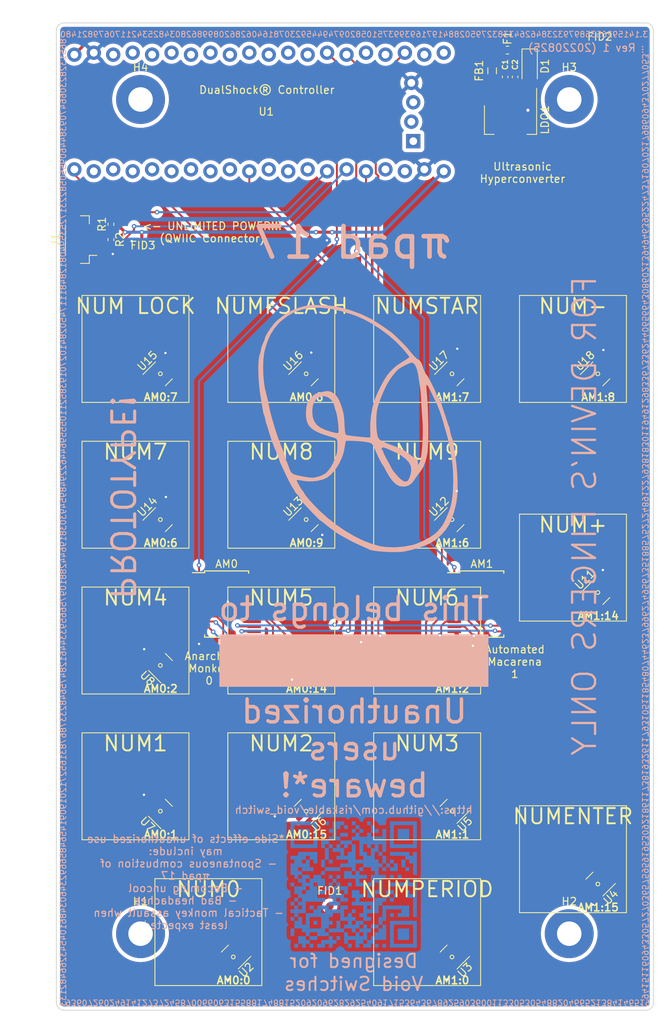
<source format=kicad_pcb>
(kicad_pcb (version 20211014) (generator pcbnew)
  (layers (0 "F.Cu" signal) (31 "B.Cu" signal) (34 "B.Paste" user) (35 "F.Paste" user) (36 "B.SilkS" user "B.Silkscreen") (37 "F.SilkS" user "F.Silkscreen") (38 "B.Mask" user) (39 "F.Mask" user) (44 "Edge.Cuts" user))
  (net 0 "")
  (net 1 "AM0")
  (net 2 "AM0:7")
  (net 3 "AM0:6")
  (net 4 "AM0:2")
  (net 5 "AM0:1")
  (net 6 "AM0:0")
  (net 7 "SELECT0")
  (net 8 "SELECT1")
  (net 9 "GND")
  (net 10 "SELECT3")
  (net 11 "SELECT2")
  (net 12 "+3V3")
  (net 13 "AM1")
  (net 14 "AM1:7")
  (net 15 "AM1:6")
  (net 16 "AM1:2")
  (net 17 "AM1:1")
  (net 18 "AM1:0")
  (net 19 "Net-(C1-Pad1)")
  (net 20 "Net-(D1-Pad1)")
  (net 21 "+5V")
  (net 22 "Net-(F1-Pad2)")
  (net 23 "PB7_SDA1")
  (net 24 "PB6_SCL1")
  (net 25 "+3.3V_QWIIC")
  (net 26 "PB13_SCK2")
  (net 27 "PB14_MISO2")
  (net 28 "PB15_MOSI2")
  (net 29 "PA8_DISP_DATA")
  (net 30 "USART1_TX")
  (net 31 "USART1_RX")
  (net 32 "USB_D-")
  (net 33 "USB_D+")
  (net 34 "PB3_DISP_SCK")
  (net 35 "PB4_DISP_CS")
  (net 36 "RGBLED")
  (net 37 "FLASH_CS")
  (net 42 "NRST")
  (net 43 "AM2")
  (net 44 "AM3")
  (net 45 "AM4")
  (net 46 "PA5_SCK1")
  (net 47 "PA6_MISO1")
  (net 48 "PA7_MOSI1")
  (net 49 "PB0_ADC8")
  (net 50 "PB1_ADC9_BUZZ")
  (net 52 "PWR_SENSE")
  (net 54 "SWD_3.3V")
  (net 55 "SWDIO")
  (net 56 "SWCLK")
  (net 57 "AM0:9")
  (net 58 "AM1:8")
  (net 59 "AM1:15")
  (net 60 "AM1:14")
  (net 61 "AM0:8")
  (net 62 "AM0:15")
  (net 63 "AM0:14")
  (footprint "VoidSwitch:VoidSwitch_1u_SMD" (layer "F.Cu") (at 261.9375 178.59375)
    (fp_text reference "AM0:7")
    (fp_text value "NUM LOCK")
  )
  (footprint "Package_TO_SOT_SMD:SOT-23" (layer "F.Cu") (at 284.242087 219.952913 -135)
    (fp_text reference "U9")
    (fp_text value "GH39FKSW")
  )
  (footprint "Package_TO_SOT_SMD:SOT-23" (layer "F.Cu") (at 303.292087 181.852913 45)
    (fp_text reference "U17")
    (fp_text value "GH39FKSW")
  )
  (footprint "Package_TO_SOT_SMD:SOT-23" (layer "F.Cu") (at 265.192087 200.902913 45)
    (fp_text reference "U14")
    (fp_text value "GH39FKSW")
  )
  (footprint "VoidSwitch:VoidSwitch_1u_SMD" (layer "F.Cu") (at 300.0375 235.74375)
    (fp_text reference "AM1:1")
    (fp_text value "NUM3")
  )
  (footprint "VoidSwitch:VoidSwitch_2u_SMD" (layer "F.Cu") (at 271.4625 254.79375)
    (fp_text reference "AM0:0")
    (fp_text value "NUM0")
  )
  (footprint "VoidSwitch:VoidSwitch_1u_SMD" (layer "F.Cu") (at 319.0875 178.59375)
    (fp_text reference "AM1:8")
    (fp_text value "NUM-")
  )
  (footprint "VoidSwitch:VoidSwitch_1u_SMD" (layer "F.Cu") (at 261.9375 235.74375)
    (fp_text reference "AM0:1")
    (fp_text value "NUM1")
  )
  (footprint "VoidSwitch:VoidSwitch_1u_SMD" (layer "F.Cu") (at 300.0375 216.69375)
    (fp_text reference "AM1:2")
    (fp_text value "NUM6")
  )
  (footprint "Package_TO_SOT_SMD:SOT-23" (layer "F.Cu") (at 303.292087 258.052913 -135)
    (fp_text reference "U3")
    (fp_text value "GH39FKSW")
  )
  (footprint "Package_TO_SOT_SMD:SOT-23" (layer "F.Cu") (at 284.242087 239.002913 -135)
    (fp_text reference "U6")
    (fp_text value "GH39FKSW")
  )
  (footprint "Package_TO_SOT_SMD:SOT-23" (layer "F.Cu") (at 322.342087 210.427913 45)
    (fp_text reference "U11")
    (fp_text value "GH39FKSW")
  )
  (footprint "VoidSwitch:VoidSwitch_2uv_SMD" (layer "F.Cu") (at 319.0875 207.16875)
    (fp_text reference "AM1:14")
    (fp_text value "NUM+")
  )
  (footprint "Fuse:Fuse_0603_1608Metric" (layer "F.Cu") (at 310.530001 139.550003 180)
    (fp_text reference "F1")
    (fp_text value "500mA")
  )
  (footprint "VoidSwitch:VoidSwitch_1u_SMD" (layer "F.Cu") (at 280.9875 178.59375)
    (fp_text reference "AM0:8")
    (fp_text value "NUMFSLASH")
  )
  (footprint "Package_TO_SOT_SMD:SOT-23" (layer "F.Cu") (at 284.242087 200.902913 45)
    (fp_text reference "U13")
    (fp_text value "GH39FKSW")
  )
  (footprint "Connector_JST:JST_SH_BM04B-SRSS-TB_1x04-1MP_P1.00mm_Vertical" (layer "F.Cu") (at 254.79375 164.30625 90)
    (fp_text reference "J1")
    (fp_text value "QWIIC")
  )
  (footprint "Package_SO:SSOP-24_5.3x8.2mm_P0.65mm" (layer "F.Cu") (at 273.84375 211.93125)
    (fp_text reference "AM0")
    (fp_text value "CD74HC4067SM")
  )
  (footprint "Resistor_SMD:R_0402_1005Metric" (layer "F.Cu") (at 258.73 162.3 90)
    (fp_text reference "R1")
    (fp_text value "2k2")
  )
  (footprint "Resistor_SMD:R_0402_1005Metric" (layer "F.Cu") (at 258.73 164.31 -90)
    (fp_text reference "R2")
    (fp_text value "2k2")
  )
  (footprint "Inductor_SMD:L_0805_2012Metric" (layer "F.Cu") (at 308.53 142.250002 90)
    (fp_text reference "FB1")
    (fp_text value "100 @ 100 MHz")
  )
  (footprint "Package_TO_SOT_SMD:SOT-23" (layer "F.Cu") (at 265.192087 181.852913 45)
    (fp_text reference "U15")
    (fp_text value "GH39FKSW")
  )
  (footprint "MountingHole:MountingHole_3.2mm_M3_Pad" (layer "F.Cu") (at 262.6 146)
    (fp_text reference "H4")
    (fp_text value "MountingHole")
  )
  (footprint "VoidSwitch:VoidSwitch_1u_SMD" (layer "F.Cu") (at 261.9375 216.69375)
    (fp_text reference "AM0:2")
    (fp_text value "NUM4")
  )
  (footprint "Package_SO:SSOP-24_5.3x8.2mm_P0.65mm" (layer "F.Cu") (at 307.18125 211.93125)
    (fp_text reference "AM1")
    (fp_text value "CD74HC4067SM")
  )
  (footprint "Fiducial:Fiducial_1mm_Mask2mm" (layer "F.Cu") (at 322.6 139.8)
    (fp_text reference "FID2")
    (fp_text value "Fiducial")
  )
  (footprint "Capacitor_SMD:C_0402_1005Metric" (layer "F.Cu") (at 311.53 143.05 90)
    (fp_text reference "C2")
    (fp_text value "10u")
  )
  (footprint "Package_TO_SOT_SMD:SOT-23" (layer "F.Cu") (at 303.292087 239.002913 -135)
    (fp_text reference "U5")
    (fp_text value "GH39FKSW")
  )
  (footprint "Package_TO_SOT_SMD:SOT-23" (layer "F.Cu") (at 265.192087 219.952913 135)
    (fp_text reference "U8")
    (fp_text value "GH39FKSW")
  )
  (footprint "Diode_SMD:D_SOD-123" (layer "F.Cu") (at 313.430001 141.650001 -90)
    (fp_text reference "D1")
    (fp_text value "B5819W")
  )
  (footprint "VoidSwitch:VoidSwitch_2uv_SMD" (layer "F.Cu") (at 319.0875 245.26875)
    (fp_text reference "AM1:15")
    (fp_text value "NUMENTER")
  )
  (footprint "VoidSwitch:VoidSwitch_1u_SMD" (layer "F.Cu") (at 300.0375 254.79375)
    (fp_text reference "AM1:0")
    (fp_text value "NUMPERIOD")
  )
  (footprint "MountingHole:MountingHole_3.2mm_M3_Pad" (layer "F.Cu") (at 318.6 146)
    (fp_text reference "H3")
    (fp_text value "MountingHole")
  )
  (footprint "Package_TO_SOT_SMD:SOT-23" (layer "F.Cu") (at 265.192087 239.002913 135)
    (fp_text reference "U7")
    (fp_text value "GH39FKSW")
  )
  (footprint "VoidSwitch:VoidSwitch_1u_SMD" (layer "F.Cu") (at 300.0375 178.59375)
    (fp_text reference "AM1:7")
    (fp_text value "NUMSTAR")
  )
  (footprint "VoidSwitch:VoidSwitch_1u_SMD" (layer "F.Cu") (at 280.9875 235.74375)
    (fp_text reference "AM0:15")
    (fp_text value "NUM2")
  )
  (footprint "Capacitor_SMD:C_0402_1005Metric" (layer "F.Cu") (at 310.23 143.050002 90)
    (fp_text reference "C1")
    (fp_text value "10u")
  )
  (footprint "VoidSwitch:VoidSwitch_1u_SMD" (layer "F.Cu") (at 261.9375 197.64375)
    (fp_text reference "AM0:6")
    (fp_text value "NUM7")
  )
  (footprint "Package_TO_SOT_SMD:SOT-23" (layer "F.Cu") (at 303.292087 219.952913 -135)
    (fp_text reference "U10")
    (fp_text value "GH39FKSW")
  )
  (footprint "Fiducial:Fiducial_1mm_Mask2mm" (layer "F.Cu") (at 262.91 167.07)
    (fp_text reference "FID3")
    (fp_text value "Fiducial")
  )
  (footprint "VoidSwitch:VoidSwitch_1u_SMD" (layer "F.Cu") (at 280.9875 216.69375)
    (fp_text reference "AM0:14")
    (fp_text value "NUM5")
  )
  (footprint "Package_TO_SOT_SMD:SOT-23" (layer "F.Cu") (at 322.342087 248.527913 -135)
    (fp_text reference "U4")
    (fp_text value "GH39FKSW")
  )
  (footprint "Fiducial:Fiducial_1mm_Mask2mm" (layer "F.Cu") (at 287.32 251.4)
    (fp_text reference "FID1")
    (fp_text value "Fiducial")
  )
  (footprint "Package_TO_SOT_SMD:SOT-23" (layer "F.Cu") (at 303.292087 200.902913 45)
    (fp_text reference "U12")
    (fp_text value "GH39FKSW")
  )
  (footprint "Package_TO_SOT_SMD:SOT-23" (layer "F.Cu") (at 284.242087 181.852913 45)
    (fp_text reference "U16")
    (fp_text value "GH39FKSW")
  )
  (footprint "Blackpill:BlackPill_STLINK" (layer "F.Cu") (at 279.05 147.6375 90)
    (fp_text reference "U1")
    (fp_text value "BlackPill_STLINK")
  )
  (footprint "MountingHole:MountingHole_3.2mm_M3_Pad" (layer "F.Cu") (at 262.6 255)
    (fp_text reference "H1")
    (fp_text value "MountingHole")
  )
  (footprint "Package_TO_SOT_SMD:SOT-223-3_TabPin2" (layer "F.Cu") (at 310.93 148.650002 -90)
    (fp_text reference "LDO1")
    (fp_text value "AMS1117-3.3")
  )
  (footprint "Package_TO_SOT_SMD:SOT-23" (layer "F.Cu") (at 322.342087 181.852913 45)
    (fp_text reference "U18")
    (fp_text value "GH39FKSW")
  )
  (footprint "Package_TO_SOT_SMD:SOT-23" (layer "F.Cu") (at 274.72 258.05 -135)
    (fp_text reference "U2")
    (fp_text value "GH39FKSW")
  )
  (footprint "MountingHole:MountingHole_3.2mm_M3_Pad" (layer "F.Cu") (at 318.6 255)
    (fp_text reference "H2")
    (fp_text value "MountingHole")
  )
  (footprint "VoidSwitch:VoidSwitch_1u_SMD" (layer "F.Cu") (at 280.9875 197.64375)
    (fp_text reference "AM0:9")
    (fp_text value "NUM8")
  )
  (footprint "VoidSwitch:VoidSwitch_1u_SMD" (layer "F.Cu") (at 300.0375 197.64375)
    (fp_text reference "AM1:6")
    (fp_text value "NUM9")
  )
  (footprint "void_switch:VoidSwitch_Repo_QR_0.5mm" (layer "B.Cu") (at 290.44 248.57 180)
    (fp_text reference "QR*****" hide)
    (fp_text value "https://github.com/riskable/void_switch")
  )
  (footprint "LOGO" (layer "B.Cu") (at 291.177065 188.607372 180)
    (fp_text reference "G***" hide)
    (fp_text value "LOGO" hide)
  )
  (gr_poly (pts (xy 307.97 222.67) (xy 272.97 222.67) (xy 272.97 215.96) (xy 307.97 215.96)) (layer "B.SilkS") (width 0.15) (fill solid))
  (gr_arc (start 329.6 264) (mid 329.307107 264.707107) (end 328.6 265) (layer "Edge.Cuts") (width 0.1))
  (gr_arc (start 328.6 136) (mid 329.307107 136.292893) (end 329.6 137) (layer "Edge.Cuts") (width 0.1))
  (gr_line (start 251.6 137) (end 251.6 264) (layer "Edge.Cuts") (width 0.1))
  (gr_line (start 328.6 265) (end 252.6 265) (layer "Edge.Cuts") (width 0.1))
  (gr_line (start 252.6 136) (end 328.6 136) (layer "Edge.Cuts") (width 0.1))
  (gr_arc (start 251.6 137) (mid 251.892893 136.292893) (end 252.6 136) (layer "Edge.Cuts") (width 0.1))
  (gr_line (start 329.6 137) (end 329.6 264) (layer "Edge.Cuts") (width 0.1))
  (gr_arc (start 252.6 265) (mid 251.892893 264.707107) (end 251.6 264) (layer "Edge.Cuts") (width 0.1))
  (gr_text "Rev 1 (20220825)" (at 320.25 139.25) (layer "B.SilkS") (effects (font (size 1 1)) (justify mirror)))
  (gr_text "*Side effects of unauthorized use\nmay include:\n- Spontaneous combustion of \nπpad 17\n- Becoming uncool\n- Bad headaches\n- Tactical monkey assault when \nleast expected" (at 268.5 248.25) (layer "B.SilkS") (effects (font (size 1 1)) (justify mirror)))
  (gr_text "94151160943305727036575959195309218611738193261179310511854807446237996274956735188575272489122793818301194912983367336244065664308602139494639522473719070217986094370277053..." (at 328.5 201.25 270) (layer "B.SilkS") (effects (font (size 0.75 0.75) (thickness 0.1125)) (justify mirror)))
  (gr_text "865132823066470938446095505822317253594081284811174502841027019385211055596446229489549303819644288109756659334461284756482337867831652712019091456485669234603486104543266482133" (at 252.5 201.25 90) (layer "B.SilkS") (effects (font (size 0.75 0.75) (thickness 0.1125)) (justify mirror)))
  (gr_text "πpad 17" (at 290.44 164.71) (layer "B.SilkS") (effects (font (size 4 4) (thickness 0.6)) (justify mirror)))
  (gr_text "FOR DEVIN'S FINGERS ONLY" (at 320.6 200.4 90) (layer "B.SilkS") (effects (font (size 3 3) (thickness 0.3)) (justify mirror)))
  (gr_text "This belongs to" (at 290.47 212.58) (layer "B.SilkS") (effects (font (size 3 3) (thickness 0.45)) (justify mirror)))
  (gr_text "93607260249141273724587006606315588174881520920962829254091715364367892590360011330530548820466521384146519" (at 291 264 180) (layer "B.SilkS") (effects (font (size 0.75 0.75) (thickness 0.1125)) (justify mirror)))
  (gr_text "Unauthorized\nusers\nbeware*!" (at 290.52 230.79) (layer "B.SilkS") (effects (font (size 3 3) (thickness 0.45)) (justify mirror)))
  (gr_text "3.1415926535897932384626433832795028841971693993751058209749445923078164062862089986280348253421170679821480" (at 290.5 137.5) (layer "B.SilkS") (effects (font (size 0.75 0.75) (thickness 0.1125)) (justify mirror)))
  (gr_text "PROTOTYPE!" (at 260.2 198 270) (layer "B.SilkS") (effects (font (size 3 3) (thickness 0.4)) (justify mirror)))
  (gr_text "Automated\nMacarena\n1" (at 311.49 219.47) (layer "F.SilkS") (effects (font (size 1 1))))
  (gr_text "DualShock® Controller" (at 279.1 144.75) (layer "F.SilkS") (effects (font (size 1 1))))
  (gr_text "Ultrasonic\nHyperconverter" (at 312.49 155.57) (layer "F.SilkS") (effects (font (size 1 1))))
  (gr_text "<- UNLIMITED POWER!!!\n(QWIIC Connector)" (at 271.96 163.35) (layer "F.SilkS") (effects (font (size 1 1))))
  (gr_text "Anarchic\nMonkey\n0" (at 271.56 220.34) (layer "F.SilkS") (effects (font (size 1 1))))
  (segment (start 290.8 165.8) (end 290.774311 165.774311) (width 0.25) (layer "F.Cu") (net 1))
  (segment (start 303.58125 207.12875) (end 303.59 207.12) (width 0.25) (layer "F.Cu") (net 1))
  (segment (start 290.774311 165.774311) (end 290.774311 141.408811) (width 0.25) (layer "F.Cu") (net 1))
  (segment (start 290.774311 141.408811) (end 289.51 140.1445) (width 0.25) (layer "F.Cu") (net 1))
  (segment (start 303.58125 208.35625) (end 303.58125 207.12875) (width 0.25) (layer "F.Cu") (net 1))
  (via (at 290.8 165.8) (size 0.6) (drill 0.3) (layers "F.Cu" "B.Cu") (net 1))
  (via (at 303.59 207.12) (size 0.6) (drill 0.3) (layers "F.Cu" "B.Cu") (net 1))
  (segment (start 299.66 203.19) (end 303.59 207.12) (width 0.25) (layer "B.Cu") (net 1))
  (segment (start 290.8 165.8) (end 299.66 174.66) (width 0.25) (layer "B.Cu") (net 1))
  (segment (start 299.66 174.66) (end 299.66 203.19) (width 0.25) (layer "B.Cu") (net 1))
  (segment (start 268.12 186.106651) (end 268.12 207.981522) (width 0.25) (layer "F.Cu") (net 2))
  (segment (start 269.144728 209.00625) (end 270.24375 209.00625) (width 0.25) (layer "F.Cu") (net 2))
  (segment (start 268.12 207.981522) (end 269.144728 209.00625) (width 0.25) (layer "F.Cu") (net 2))
  (segment (start 265.200926 183.187577) (end 268.12 186.106651) (width 0.25) (layer "F.Cu") (net 2))
  (segment (start 268.86625 209.65625) (end 270.24375 209.65625) (width 0.25) (layer "F.Cu") (net 3))
  (segment (start 265.200926 202.237577) (end 265.200926 205.990926) (width 0.25) (layer "F.Cu") (net 3))
  (segment (start 265.200926 205.990926) (end 268.86625 209.65625) (width 0.25) (layer "F.Cu") (net 3))
  (segment (start 266.526751 214.398249) (end 268.66875 212.25625) (width 0.25) (layer "F.Cu") (net 4))
  (segment (start 268.66875 212.25625) (end 270.24375 212.25625) (width 0.25) (layer "F.Cu") (net 4))
  (segment (start 266.526751 219.944074) (end 266.526751 214.398249) (width 0.25) (layer "F.Cu") (net 4))
  (segment (start 266.526751 238.994074) (end 267.522761 237.998064) (width 0.25) (layer "F.Cu") (net 5))
  (segment (start 267.522761 237.998064) (end 267.522761 214.528217) (width 0.25) (layer "F.Cu") (net 5))
  (segment (start 269.144728 212.90625) (end 270.24375 212.90625) (width 0.25) (layer "F.Cu") (net 5))
  (segment (start 267.522761 214.528217) (end 269.144728 212.90625) (width 0.25) (layer "F.Cu") (net 5))
  (segment (start 272.54625 213.55625) (end 270.24375 213.55625) (width 0.25) (layer "F.Cu") (net 6))
  (segment (start 273.4 255.404175) (end 273.4 214.41) (width 0.25) (layer "F.Cu") (net 6))
  (segment (start 273.4 214.41) (end 272.54625 213.55625) (width 0.25) (layer "F.Cu") (net 6))
  (segment (start 274.711161 256.715336) (end 273.4 255.404175) (width 0.25) (layer "F.Cu") (net 6))
  (segment (start 301.88 214.7825) (end 302.45625 214.20625) (width 0.25) (layer "F.Cu") (net 7))
  (segment (start 301.7 216.0345) (end 301.88 215.8545) (width 0.25) (layer "F.Cu") (net 7))
  (segment (start 293.66 215.8355) (end 293.66 155.988507) (width 0.25) (layer "F.Cu") (net 7))
  (segment (start 293.325689 155.654196) (end 293.325689 143.694811) (width 0.25) (layer "F.Cu") (net 7))
  (segment (start 301.88 215.8545) (end 301.88 214.7825) (width 0.25) (layer "F.Cu") (net 7))
  (segment (start 272.313072 214.20625) (end 270.24375 214.20625) (width 0.25) (layer "F.Cu") (net 7))
  (segment (start 293.9 216.0755) (end 293.66 215.8355) (width 0.25) (layer "F.Cu") (net 7))
  (segment (start 293.66 155.988507) (end 293.325689 155.654196) (width 0.25) (layer "F.Cu") (net 7))
  (segment (start 293.325689 143.694811) (end 297.13 139.8905) (width 0.25) (layer "F.Cu") (net 7))
  (segment (start 302.45625 214.20625) (end 303.58125 214.20625) (width 0.25) (layer "F.Cu") (net 7))
  (segment (start 272.438411 214.331589) (end 272.313072 214.20625) (width 0.25) (layer "F.Cu") (net 7))
  (via (at 301.7 216.0345) (size 0.6) (drill 0.3) (layers "F.Cu" "B.Cu") (net 7))
  (via (at 293.9 216.0755) (size 0.6) (drill 0.3) (layers "F.Cu" "B.Cu") (net 7))
  (via (at 272.438411 214.331589) (size 0.6) (drill 0.3) (layers "F.Cu" "B.Cu") (net 7))
  (segment (start 276.068682 216.114511) (end 274.221333 216.114511) (width 0.25) (layer "B.Cu") (net 7))
  (segment (start 274.221333 216.114511) (end 272.438411 214.331589) (width 0.25) (layer "B.Cu") (net 7))
  (segment (start 301.6345 216.1) (end 301.7 216.0345) (width 0.25) (layer "B.Cu") (net 7))
  (segment (start 276.083193 216.1) (end 276.068682 216.114511) (width 0.25) (layer "B.Cu") (net 7))
  (segment (start 293.9 216.0755) (end 293.8755 216.1) (width 0.25) (layer "B.Cu") (net 7))
  (segment (start 293.8755 216.1) (end 276.083193 216.1) (width 0.25) (layer "B.Cu") (net 7))
  (segment (start 293.9 216.0755) (end 293.9245 216.1) (width 0.25) (layer "B.Cu") (net 7))
  (segment (start 293.9245 216.1) (end 301.6345 216.1) (width 0.25) (layer "B.Cu") (net 7))
  (segment (start 306.14 216.09) (end 305.841318 215.791318) (width 0.25) (layer "F.Cu") (net 8))
  (segment (start 304.899443 214.85625) (end 303.58125 214.85625) (width 0.25) (layer "F.Cu") (net 8))
  (segment (start 292.05 216.25) (end 292.05 155.3845) (width 0.25) (layer "F.Cu") (net 8))
  (segment (start 272.09 215.56) (end 271.38625 214.85625) (width 0.25) (layer "F.Cu") (net 8))
  (segment (start 291.4 216.9) (end 292.05 216.25) (width 0.25) (layer "F.Cu") (net 8))
  (segment (start 305.841318 215.791318) (end 305.834511 215.791318) (width 0.25) (layer "F.Cu") (net 8))
  (segment (start 271.38625 214.85625) (end 270.24375 214.85625) (width 0.25) (layer "F.Cu") (net 8))
  (segment (start 305.834511 215.791318) (end 304.899443 214.85625) (width 0.25) (layer "F.Cu") (net 8))
  (via (at 306.14 216.09) (size 0.6) (drill 0.3) (layers "F.Cu" "B.Cu") (net 8))
  (via (at 291.4 216.9) (size 0.6) (drill 0.3) (layers "F.Cu" "B.Cu") (net 8))
  (via (at 272.09 215.56) (size 0.6) (drill 0.3) (layers "F.Cu" "B.Cu") (net 8))
  (segment (start 272.09 215.57) (end 272.09 215.56) (width 0.25) (layer "B.Cu") (net 8))
  (segment (start 273.42 216.9) (end 272.09 215.57) (width 0.25) (layer "B.Cu") (net 8))
  (segment (start 305.33 216.9) (end 306.14 216.09) (width 0.25) (layer "B.Cu") (net 8))
  (segment (start 291.4 216.9) (end 273.42 216.9) (width 0.25) (layer "B.Cu") (net 8))
  (segment (start 291.4 216.9) (end 305.33 216.9) (width 0.25) (layer "B.Cu") (net 8))
  (segment (start 303.955 178.595) (end 303.98 178.57) (width 0.4) (layer "F.Cu") (net 9))
  (segment (start 274 211.61) (end 272.69625 210.30625) (width 0.4) (layer "F.Cu") (net 9))
  (segment (start 311.53 142.569999) (end 311.8375 142.570001) (width 0.4) (layer "F.Cu") (net 9))
  (segment (start 302.629174 258.715826) (end 302.629174 260.999174) (width 0.4) (layer "F.Cu") (net 9))
  (segment (start 265.855 181.19) (end 265.855 179.125) (width 0.4) (layer "F.Cu") (net 9))
  (segment (start 257.792476 165.80625) (end 256.11875 165.80625) (width 0.4) (layer "F.Cu") (net 9))
  (segment (start 312.3175 143.050001) (end 312.3175 144.5875) (width 0.4) (layer "F.Cu") (net 9))
  (segment (start 321.68 249.191652) (end 321.679174 249.190826) (width 0.4) (layer "F.Cu") (net 9))
  (segment (start 283.559174 220.615826) (end 282.375 221.8) (width 0.4) (layer "F.Cu") (net 9))
  (segment (start 270.24375 217.13625) (end 270.24 217.14) (width 0.4) (layer "F.Cu") (net 9))
  (segment (start 307.15375 210.95625) (end 307.02 211.09) (width 0.4) (layer "F.Cu") (net 9))
  (segment (start 309.50625 214.20625) (end 307.02 211.72) (width 0.4) (layer "F.Cu") (net 9))
  (segment (start 313.2 147.4) (end 313.2 145.530002) (width 0.4) (layer "F.Cu") (net 9))
  (segment (start 323.005 207.495) (end 322.99 207.48) (width 0.4) (layer "F.Cu") (net 9))
  (segment (start 274 211.61) (end 274.00375 211.60625) (width 0.4) (layer "F.Cu") (net 9))
  (segment (start 273.99625 211.60625) (end 270.24375 211.60625) (width 0.4) (layer "F.Cu") (net 9))
  (segment (start 306.23625 210.30625) (end 307.02 211.09) (width 0.4) (layer "F.Cu") (net 9))
  (segment (start 306.88625 210.95625) (end 307.02 211.09) (width 0.4) (layer "F.Cu") (net 9))
  (segment (start 272.69625 210.30625) (end 270.24375 210.30625) (width 0.4) (layer "F.Cu") (net 9))
  (segment (start 310.78125 210.30625) (end 307.80375 210.30625) (width 0.4) (layer "F.Cu") (net 9))
  (segment (start 265.855 197.995) (end 265.91 197.94) (width 0.4) (layer "F.Cu") (net 9))
  (segment (start 264.529174 238.34) (end 263.04 236.850826) (width 0.4) (layer "F.Cu") (net 9))
  (segment (start 308.45375 209.65625) (end 307.02 211.09) (width 0.4) (layer "F.Cu") (net 9))
  (segment (start 283.579174 239.665826) (end 280.134174 239.665826) (width 0.4) (layer "F.Cu") (net 9))
  (segment (start 274.00375 211.60625) (end 277.44375 211.60625) (width 0.4) (layer "F.Cu") (net 9))
  (segment (start 302.629174 239.665826) (end 302.629174 242.229174) (width 0.4) (layer "F.Cu") (net 9))
  (segment (start 323.005 178.785) (end 323.06 178.73) (width 0.4) (layer "F.Cu") (net 9))
  (segment (start 270.24375 215.50625) (end 270.24375 217.13625) (width 0.4) (layer "F.Cu") (net 9))
  (segment (start 308.18625 212.25625) (end 307.02 211.09) (width 0.4) (layer "F.Cu") (net 9))
  (segment (start 303.58125 211.60625) (end 306.50375 211.60625) (width 0.4) (layer "F.Cu") (net 9))
  (segment (start 306.01 217.38) (end 305.455 217.38) (width 0.4) (layer "F.Cu") (net 9))
  (segment (start 258.975 166.18902) (end 258.175246 166.18902) (width 0.4) (layer "F.Cu") (net 9))
  (segment (start 307.02 211.72) (end 307.02 211.09) (width 0.4) (layer "F.Cu") (net 9))
  (segment (start 302.629174 223.009174) (end 302.63 223.01) (width 0.4) (layer "F.Cu") (net 9))
  (segment (start 274.64625 212.25625) (end 277.44375 212.25625) (width 0.4) (layer "F.Cu") (net 9))
  (segment (start 274 211.61) (end 274.64625 212.25625) (width 0.4) (layer "F.Cu") (net 9))
  (segment (start 321.68 251.2) (end 321.68 249.191652) (width 0.4) (layer "F.Cu") (net 9))
  (segment (start 306.50375 211.60625) (end 307.02 211.09) (width 0.4) (layer "F.Cu") (net 9))
  (segment (start 283.579174 220.615826) (end 283.559174 220.615826) (width 0.4) (layer "F.Cu") (net 9))
  (segment (start 274.65375 210.95625) (end 277.44375 210.95625) (width 0.4) (layer "F.Cu") (net 9))
  (segment (start 286.34 201.675) (end 284.905 200.24) (width 0.4) (layer "F.Cu") (net 9))
  (segment (start 303.955 200.24) (end 303.955 197.215) (width 0.4) (layer "F.Cu") (net 9))
  (segment (start 312.3175 144.5875) (end 313.23 145.5) (width 0.4) (layer "F.Cu") (net 9))
  (segment (start 307.53625 211.60625) (end 307.02 211.09) (width 0.4) (layer "F.Cu") (net 9))
  (segment (start 265.855 200.24) (end 265.855 197.995) (width 0.4) (layer "F.Cu") (net 9))
  (segment (start 277.44375 214.20625) (end 276.16875 214.20625) (width 0.4) (layer "F.Cu") (net 9))
  (segment (start 310.78125 209.65625) (end 308.45375 209.65625) (width 0.4) (layer "F.Cu") (net 9))
  (segment (start 274 211.61) (end 274.65375 210.95625) (width 0.4) (layer "F.Cu") (net 9))
  (segment (start 310.78125 212.25625) (end 308.18625 212.25625) (width 0.4) (layer "F.Cu") (net 9))
  (segment (start 307.80375 210.30625) (end 307.02 211.09) (width 0.4) (layer "F.Cu") (net 9))
  (segment (start 311.8375 142.570001) (end 312.3175 143.050001) (width 0.4) (layer "F.Cu") (net 9))
  (segment (start 258.175246 166.18902) (end 257.792476 165.80625) (width 0.4) (layer "F.Cu") (net 9))
  (segment (start 310.78125 210.95625) (end 307.15375 210.95625) (width 0.4) (layer "F.Cu") (net 9))
  (segment (start 303.58125 210.30625) (end 306.23625 210.30625) (width 0.4) (layer "F.Cu") (net 9))
  (segment (start 273.34625 210.95625) (end 270.24375 210.95625) (width 0.4) (layer "F.Cu") (net 9))
  (segment (start 303.955 197.215) (end 303.91 197.17) (width 0.4) (layer "F.Cu") (net 9))
  (segment (start 323.005 181.19) (end 323.005 178.785) (width 0.4) (layer "F.Cu") (net 9))
  (segment (start 275.30375 210.30625) (end 277.44375 210.30625) (width 0.4) (layer "F.Cu") (net 9))
  (segment (start 276.16875 214.20625) (end 274 212.0375) (width 0.4) (layer "F.Cu") (net 9))
  (segment (start 323.005 209.765) (end 323.005 207.495) (width 0.4) (layer "F.Cu") (net 9))
  (segment (start 286.34 202.89) (end 286.34 201.675) (width 0.4) (layer "F.Cu") (net 9))
  (segment (start 303.955 181.19) (end 303.955 178.595) (width 0.4) (layer "F.Cu") (net 9))
  (segment (start 274 211.61) (end 275.30375 210.30625) (width 0.4) (layer "F.Cu") (net 9))
  (segment (start 274 211.61) (end 273.99625 211.60625) (width 0.4) (layer "F.Cu") (net 9))
  (segment (start 313.2 145.530002) (end 313.23 145.500002) (width 0.4) (layer "F.Cu") (net 9))
  (segment (start 310.230001 142.570001) (end 311.53 142.569999) (width 0.4) (layer "F.Cu") (net 9))
  (segment (start 274.057087 258.712913) (end 274.057087 260.997087) (width 0.4) (layer "F.Cu") (net 9))
  (segment (start 274 212.0375) (end 274 211.61) (width 0.4) (layer "F.Cu") (net 9))
  (segment (start 264.529174 219.279174) (end 263.075 217.825) (width 0.4) (layer "F.Cu") (net 9))
  (segment (start 264.529174 219.29) (end 264.529174 219.279174) (width 0.4) (layer "F.Cu") (net 9))
  (segment (start 310.78125 211.60625) (end 307.53625 211.60625) (width 0.4) (layer "F.Cu") (net 9))
  (segment (start 305.455 217.38) (end 303.58125 215.50625) (width 0.4) (layer "F.Cu") (net 9))
  (segment (start 274 211.61) (end 273.34625 210.95625) (width 0.4) (layer "F.Cu") (net 9))
  (segment (start 310.78125 214.20625) (end 309.50625 214.20625) (width 0.4) (layer "F.Cu") (net 9))
  (segment (start 302.629174 220.615826) (end 302.629174 223.009174) (width 0.4) (layer "F.Cu") (net 9))
  (segment (start 284.905 181.19) (end 284.905 179.075) (width 0.4) (layer "F.Cu") (net 9))
  (segment (start 303.58125 210.95625) (end 306.88625 210.95625) (width 0.4) (layer "F.Cu") (net 9))
  (via (at 313.2 147.4) (size 0.8) (drill 0.4) (layers "F.Cu" "B.Cu") (net 9))
  (via (at 286.34 202.89) (size 0.6) (drill 0.3) (layers "F.Cu" "B.Cu") (net 9))
  (via (at 263.04 236.850826) (size 0.6) (drill 0.3) (layers "F.Cu" "B.Cu") (net 9))
  (via (at 307.02 211.09) (size 0.6) (drill 0.3) (layers "F.Cu" "B.Cu") (net 9))
  (via (at 303.91 197.17) (size 0.6) (drill 0.3) (layers "F.Cu" "B.Cu") (net 9))
  (via (at 282.375 221.8) (size 0.6) (drill 0.3) (layers "F.Cu" "B.Cu") (net 9))
  (via (at 302.63 223.01) (size 0.6) (drill 0.3) (layers "F.Cu" "B.Cu") (net 9))
  (via (at 280.134174 239.665826) (size 0.6) (drill 0.3) (layers "F.Cu" "B.Cu") (net 9))
  (via (at 284.905 179.075) (size 0.6) (drill 0.3) (layers "F.Cu" "B.Cu") (net 9))
  (via (at 265.855 179.125) (size 0.6) (drill 0.3) (layers "F.Cu" "B.Cu") (net 9))
  (via (at 270.24 217.14) (size 0.6) (drill 0.3) (layers "F.Cu" "B.Cu") (net 9))
  (via (at 302.629174 242.229174) (size 0.6) (drill 0.3) (layers "F.Cu" "B.Cu") (net 9))
  (via (at 302.629174 260.999174) (size 0.6) (drill 0.3) (layers "F.Cu" "B.Cu") (net 9))
  (via (at 258.975 166.18902) (size 0.6) (drill 0.3) (layers "F.Cu" "B.Cu") (net 9))
  (via (at 303.98 178.57) (size 0.6) (drill 0.3) (layers "F.Cu" "B.Cu") (net 9))
  (via (at 286.94 164.41) (size 0.6) (drill 0.3) (layers "F.Cu" "B.Cu") (net 9))
  (via (at 322.99 207.48) (size 0.6) (drill 0.3) (layers "F.Cu" "B.Cu") (net 9))
  (via (at 261.44 164.5) (size 0.6) (drill 0.3) (layers "F.Cu" "B.Cu") (net 9))
  (via (at 265.91 197.94) (size 0.6) (drill 0.3) (layers "F.Cu" "B.Cu") (net 9))
  (via (at 274 211.61) (size 0.6) (drill 0.3) (layers "F.Cu" "B.Cu") (net 9))
  (via (at 274.057087 260.997087) (size 0.6) (drill 0.3) (layers "F.Cu" "B.Cu") (net 9))
  (via (at 306.01 217.38) (size 0.6) (drill 0.3) (layers "F.Cu" "B.Cu") (net 9))
  (via (at 321.68 251.2) (size 0.6) (drill 0.3) (layers "F.Cu" "B.Cu") (net 9))
  (via (at 263.075 217.825) (size 0.6) (drill 0.3) (layers "F.Cu" "B.Cu") (net 9))
  (via (at 323.06 178.73) (size 0.6) (drill 0.3) (layers "F.Cu" "B.Cu") (net 9))
  (segment (start 275.82625 215.50625) (end 275.81 215.49) (width 0.25) (layer "F.Cu") (net 10))
  (segment (start 310.78125 215.50625) (end 308.98625 215.50625) (width 0.25) (layer "F.Cu") (net 10))
  (segment (start 276.81 157.31) (end 276.81 155.3845) (width 0.25) (layer "F.Cu") (net 10))
  (segment (start 277.44375 215.50625) (end 275.82625 215.50625) (width 0.25) (layer "F.Cu") (net 10))
  (segment (start 289.72 215.4155) (end 289.95 215.1855) (width 0.25) (layer "F.Cu") (net 10))
  (segment (start 289.95 215.1855) (end 289.95 170.45) (width 0.25) (layer "F.Cu") (net 10))
  (segment (start 308.98625 215.50625) (end 308.9 215.42) (width 0.25) (layer "F.Cu") (net 10))
  (segment (start 289.95 170.45) (end 276.81 157.31) (width 0.25) (layer "F.Cu") (net 10))
  (via (at 275.81 215.49) (size 0.6) (drill 0.3) (layers "F.Cu" "B.Cu") (net 10))
  (via (at 289.72 215.4155) (size 0.6) (drill 0.3) (layers "F.Cu" "B.Cu") (net 10))
  (via (at 308.9 215.42) (size 0.6) (drill 0.3) (layers "F.Cu" "B.Cu") (net 10))
  (segment (start 275.884511 215.415489) (end 275.81 215.49) (width 0.25) (layer "B.Cu") (net 10))
  (segment (start 289.719989 215.415489) (end 275.884511 215.415489) (width 0.25) (layer "B.Cu") (net 10))
  (segment (start 308.89 215.41) (end 308.9 215.42) (width 0.25) (layer "B.Cu") (net 10))
  (segment (start 289.7255 215.41) (end 308.89 215.41) (width 0.25) (layer "B.Cu") (net 10))
  (segment (start 289.72 215.4155) (end 289.719989 215.415489) (width 0.25) (layer "B.Cu") (net 10))
  (segment (start 289.72 215.4155) (end 289.7255 215.41) (width 0.25) (layer "B.Cu") (net 10))
  (segment (start 308.31 214.75) (end 308.315761 214.755761) (width 0.25) (layer "F.Cu") (net 11))
  (segment (start 288.24 214.35) (end 288.24 181.526807) (width 0.25) (layer "F.Cu") (net 11))
  (segment (start 308.315761 214.755761) (end 310.680761 214.755761) (width 0.25) (layer "F.Cu") (net 11))
  (segment (start 256 157.85) (end 253.95 155.8) (width 0.25) (layer "F.Cu") (net 11))
  (segment (start 287.96 214.63) (end 288.24 214.35) (width 0.25) (layer "F.Cu") (net 11))
  (segment (start 277.44375 214.85625) (end 275.39625 214.85625) (width 0.25) (layer "F.Cu") (net 11))
  (segment (start 264.563193 157.85) (end 256 157.85) (width 0.25) (layer "F.Cu") (net 11))
  (segment (start 288.24 181.526807) (end 264.563193 157.85) (width 0.25) (layer "F.Cu") (net 11))
  (segment (start 310.680761 214.755761) (end 310.78125 214.85625) (width 0.25) (layer "F.Cu") (net 11))
  (segment (start 275.39625 214.85625) (end 275.26 214.72) (width 0.25) (layer "F.Cu") (net 11))
  (segment (start 253.95 155.8) (end 253.95 155.1305) (width 0.25) (layer "F.Cu") (net 11))
  (via (at 275.26 214.72) (size 0.6) (drill 0.3) (layers "F.Cu" "B.Cu") (net 11))
  (via (at 287.96 214.63) (size 0.6) (drill 0.3) (layers "F.Cu" "B.Cu") (net 11))
  (via (at 308.31 214.75) (size 0.6) (drill 0.3) (layers "F.Cu" "B.Cu") (net 11))
  (segment (start 308.28 214.72) (end 308.31 214.75) (width 0.25) (layer "B.Cu") (net 11))
  (segment (start 287.87 214.72) (end 275.26 214.72) (width 0.25) (layer "B.Cu") (net 11))
  (segment (start 287.96 214.63) (end 287.87 214.72) (width 0.25) (layer "B.Cu") (net 11))
  (segment (start 288.05 214.72) (end 308.28 214.72) (width 0.25) (layer "B.Cu") (net 11))
  (segment (start 287.96 214.63) (end 288.05 214.72) (width 0.25) (layer "B.Cu") (net 11))
  (segment (start 310.93 144.13) (end 311.53 143.53) (width 0.4) (layer "F.Cu") (net 12))
  (segment (start 310.93 145.500001) (end 310.93 148.725002) (width 0.4) (layer "F.Cu") (net 12))
  (segment (start 310.93 145.500001) (end 310.93 144.13) (width 0.4) (layer "F.Cu") (net 12))
  (segment (start 310.93 148.725002) (end 310.93 151.8) (width 0.4) (layer "F.Cu") (net 12))
  (segment (start 270.24375 208.35625) (end 270.24375 206.85375) (width 0.25) (layer "F.Cu") (net 13))
  (segment (start 288.245689 141.166189) (end 286.97 139.8905) (width 0.25) (layer "F.Cu") (net 13))
  (segment (start 288.25 164.25) (end 288.245689 164.245689) (width 0.25) (layer "F.Cu") (net 13))
  (segment (start 288.245689 164.245689) (end 288.245689 141.166189) (width 0.25) (layer "F.Cu") (net 13))
  (segment (start 270.24375 206.85375) (end 270.24 206.85) (width 0.25) (layer "F.Cu") (net 13))
  (via (at 270.24 206.85) (size 0.6) (drill 0.3) (layers "F.Cu" "B.Cu") (net 13))
  (via (at 288.25 164.25) (size 0.6) (drill 0.3) (layers "F.Cu" "B.Cu") (net 13))
  (segment (start 288.25 164.79) (end 270.24 182.8) (width 0.25) (layer "B.Cu") (net 13))
  (segment (start 288.25 164.25) (end 288.25 164.79) (width 0.25) (layer "B.Cu") (net 13))
  (segment (start 270.24 182.8) (end 270.24 206.85) (width 0.25) (layer "B.Cu") (net 13))
  (segment (start 303.300926 183.187577) (end 306.24 186.126651) (width 0.25) (layer "F.Cu") (net 14))
  (segment (start 304.70625 209.00625) (end 303.58125 209.00625) (width 0.25) (layer "F.Cu") (net 14))
  (segment (start 306.24 186.126651) (end 306.24 207.4725) (width 0.25) (layer "F.Cu") (net 14))
  (segment (start 306.24 207.4725) (end 304.70625 209.00625) (width 0.25) (layer "F.Cu") (net 14))
  (segment (start 302.49625 209.65625) (end 303.58125 209.65625) (width 0.25) (layer "F.Cu") (net 15))
  (segment (start 303.300926 202.237577) (end 301.96 203.578503) (width 0.25) (layer "F.Cu") (net 15))
  (segment (start 301.96 203.578503) (end 301.96 209.12) (width 0.25) (layer "F.Cu") (net 15))
  (segment (start 301.96 209.12) (end 302.49625 209.65625) (width 0.25) (layer "F.Cu") (net 15))
  (segment (start 301.90375 212.25625) (end 303.58125 212.25625) (width 0.25) (layer "F.Cu") (net 16))
  (segment (start 303.283248 237.668249) (end 299.89 234.275001) (width 0.25) (layer "F.Cu") (net 16))
  (segment (start 299.89 234.275001) (end 299.89 214.27) (width 0.25) (layer "F.Cu") (net 16))
  (segment (start 299.89 214.27) (end 301.90375 212.25625) (width 0.25) (layer "F.Cu") (net 16))
  (segment (start 303.283248 218.618249) (end 300.60952 215.944521) (width 0.25) (layer "F.Cu") (net 17))
  (segment (start 300.60952 215.944521) (end 300.60952 214.778958) (width 0.25) (layer "F.Cu") (net 17))
  (segment (start 302.482228 212.90625) (end 303.58125 212.90625) (width 0.25) (layer "F.Cu") (net 17))
  (segment (start 300.60952 214.778958) (end 302.482228 212.90625) (width 0.25) (layer "F.Cu") (net 17))
  (segment (start 306.76 253.241497) (end 306.76 216.353193) (width 0.25) (layer "F.Cu") (net 18))
  (segment (start 303.283248 256.718249) (end 306.76 253.241497) (width 0.25) (layer "F.Cu") (net 18))
  (segment (start 306.764511 216.348682) (end 306.764511 215.444511) (width 0.25) (layer "F.Cu") (net 18))
  (segment (start 306.76 216.353193) (end 306.764511 216.348682) (width 0.25) (layer "F.Cu") (net 18))
  (segment (start 304.87625 213.55625) (end 303.58125 213.55625) (width 0.25) (layer "F.Cu") (net 18))
  (segment (start 306.764511 215.444511) (end 304.87625 213.55625) (width 0.25) (layer "F.Cu") (net 18))
  (segment (start 308.53 143.312502) (end 308.530001 145.4) (width 0.4) (layer "F.Cu") (net 19))
  (segment (start 308.530001 145.4) (end 308.630001 145.5) (width 0.4) (layer "F.Cu") (net 19))
  (segment (start 308.747501 143.530002) (end 308.53 143.312502) (width 0.4) (layer "F.Cu") (net 19))
  (segment (start 310.23 143.530002) (end 308.7475 143.530002) (width 0.25) (layer "F.Cu") (net 19))
  (segment (start 308.7475 143.530002) (end 308.53 143.312502) (width 0.25) (layer "F.Cu") (net 19))
  (segment (start 311.317501 139.550003) (end 311.667501 139.900002) (width 0.4) (layer "F.Cu") (net 20))
  (segment (start 311.667501 139.900002) (end 313.330001 139.900002) (width 0.4) (layer "F.Cu") (net 20))
  (segment (start 313.330001 139.900002) (end 313.430001 140.000001) (width 0.4) (layer "F.Cu") (net 20))
  (segment (start 256.9945 137.1) (end 253.95 140.1445) (width 0.4) (layer "F.Cu") (net 21))
  (segment (start 314.85 138.35) (end 313.6 137.1) (width 0.4) (layer "F.Cu") (net 21))
  (segment (start 313.874999 143.300001) (end 314.85 142.325) (width 0.4) (layer "F.Cu") (net 21))
  (segment (start 314.85 142.325) (end 314.85 138.35) (width 0.4) (layer "F.Cu") (net 21))
  (segment (start 313.430001 143.300001) (end 313.874999 143.300001) (width 0.4) (layer "F.Cu") (net 21))
  (segment (start 313.6 137.1) (end 256.9945 137.1) (width 0.4) (layer "F.Cu") (net 21))
  (segment (start 309.7425 139.975) (end 308.53 141.1875) (width 0.4) (layer "F.Cu") (net 22))
  (segment (start 309.742501 139.550001) (end 309.7425 139.975) (width 0.4) (layer "F.Cu") (net 22))
  (segment (start 257.71625 163.80625) (end 256.11875 163.80625) (width 0.25) (layer "F.Cu") (net 23))
  (segment (start 259.978193 164.82) (end 261.75 163.048193) (width 0.25) (layer "F.Cu") (net 23))
  (segment (start 258.73 164.82) (end 257.71625 163.80625) (width 0.25) (layer "F.Cu") (net 23))
  (segment (start 261.75 163.048193) (end 261.75 162.575) (width 0.25) (layer "F.Cu") (net 23))
  (segment (start 258.73 164.82) (end 259.978193 164.82) (width 0.25) (layer "F.Cu") (net 23))
  (via (at 261.75 162.575) (size 0.6) (drill 0.3) (layers "F.Cu" "B.Cu") (net 23))
  (segment (start 282.0655 162.575) (end 289.51 155.1305) (width 0.25) (layer "B.Cu") (net 23))
  (segment (start 261.75 162.575) (end 282.0655 162.575) (width 0.25) (layer "B.Cu") (net 23))
  (segment (start 257.71375 162.80625) (end 256.11875 162.80625) (width 0.25) (layer "F.Cu") (net 24))
  (segment (start 259.795 160.725) (end 258.73 161.79) (width 0.25) (layer "F.Cu") (net 24))
  (segment (start 258.73 161.79) (end 257.71375 162.80625) (width 0.25) (layer "F.Cu") (net 24))
  (segment (start 264.75 160.725) (end 259.795 160.725) (width 0.25) (layer "F.Cu") (net 24))
  (via (at 264.75 160.725) (size 0.6) (drill 0.3) (layers "F.Cu" "B.Cu") (net 24))
  (segment (start 264.75 160.725) (end 281.6295 160.725) (width 0.25) (layer "B.Cu") (net 24))
  (segment (start 281.6295 160.725) (end 286.97 155.3845) (width 0.25) (layer "B.Cu") (net 24))
  (segment (start 258.323595 165.48952) (end 261.67048 165.48952) (width 0.4) (layer "F.Cu") (net 25))
  (segment (start 287.621189 163.34) (end 285.5 163.34) (width 0.4) (layer "F.Cu") (net 25))
  (segment (start 258.73 163.8) (end 260.115 163.8) (width 0.4) (layer "F.Cu") (net 25))
  (segment (start 261.67048 165.48952) (end 262.76 164.4) (width 0.4) (layer "F.Cu") (net 25))
  (segment (start 262.76 164.4) (end 262.76 163.34) (width 0.4) (layer "F.Cu") (net 25))
  (segment (start 256.11875 164.80625) (end 257.640325 164.80625) (width 0.4) (layer "F.Cu") (net 25))
  (segment (start 260.045 162.81) (end 258.73 162.81) (width 0.4) (layer "F.Cu") (net 25))
  (segment (start 260.115 163.8) (end 260.575 163.34) (width 0.4) (layer "F.Cu") (net 25))
  (segment (start 257.640325 164.80625) (end 258.323595 165.48952) (width 0.4) (layer "F.Cu") (net 25))
  (segment (start 260.575 163.34) (end 260.045 162.81) (width 0.4) (layer "F.Cu") (net 25))
  (via (at 262.76 163.34) (size 0.6) (drill 0.3) (layers "F.Cu" "B.Cu") (net 25))
  (via (at 287.621189 163.34) (size 0.6) (drill 0.3) (layers "F.Cu" "B.Cu") (net 25))
  (via (at 285.5 163.34) (size 0.6) (drill 0.3) (layers "F.Cu" "B.Cu") (net 25))
  (via (at 260.575 163.34) (size 0.6) (drill 0.3) (layers "F.Cu" "B.Cu") (net 25))
  (segment (start 262.76 163.34) (end 285.5 163.34) (width 0.4) (layer "B.Cu") (net 25))
  (segment (start 260.575 163.34) (end 262.76 163.34) (width 0.4) (layer "B.Cu") (net 25))
  (segment (start 294.2545 163.34) (end 302.21 155.3845) (width 0.4) (layer "B.Cu") (net 25))
  (segment (start 287.621189 163.34) (end 294.2545 163.34) (width 0.4) (layer "B.Cu") (net 25))
  (segment (start 284.250926 202.237577) (end 284.250926 204.249074) (width 0.25) (layer "F.Cu") (net 57))
  (segment (start 278.84375 209.65625) (end 277.44375 209.65625) (width 0.25) (layer "F.Cu") (net 57))
  (segment (start 284.250926 204.249074) (end 278.84375 209.65625) (width 0.25) (layer "F.Cu") (net 57))
  (segment (start 322.350926 198.669074) (end 312.01375 209.00625) (width 0.25) (layer "F.Cu") (net 58))
  (segment (start 312.01375 209.00625) (end 310.78125 209.00625) (width 0.25) (layer "F.Cu") (net 58))
  (segment (start 322.350926 183.187577) (end 322.350926 198.669074) (width 0.25) (layer "F.Cu") (net 58))
  (segment (start 311.880272 213.55625) (end 310.78125 213.55625) (width 0.25) (layer "F.Cu") (net 59))
  (segment (start 322.333248 247.193249) (end 322.333248 224.009226) (width 0.25) (layer "F.Cu") (net 59))
  (segment (start 322.333248 224.009226) (end 311.880272 213.55625) (width 0.25) (layer "F.Cu") (net 59))
  (segment (start 321.207253 212.90625) (end 310.78125 212.90625) (width 0.25) (layer "F.Cu") (net 60))
  (segment (start 322.350926 211.762577) (end 321.207253 212.90625) (width 0.25) (layer "F.Cu") (net 60))
  (segment (start 284.250926 183.187577) (end 279.21 188.228503) (width 0.25) (layer "F.Cu") (net 61))
  (segment (start 279.21 188.228503) (end 279.21 208.26) (width 0.25) (layer "F.Cu") (net 61))
  (segment (start 279.21 208.26) (end 278.46375 209.00625) (width 0.25) (layer "F.Cu") (net 61))
  (segment (start 278.46375 209.00625) (end 277.44375 209.00625) (width 0.25) (layer "F.Cu") (net 61))
  (segment (start 284.233248 237.668249) (end 279.9 233.335001) (width 0.25) (layer "F.Cu") (net 62))
  (segment (start 278.49625 213.55625) (end 277.44375 213.55625) (width 0.25) (layer "F.Cu") (net 62))
  (segment (start 279.9 233.335001) (end 279.9 214.96) (width 0.25) (layer "F.Cu") (net 62))
  (segment (start 279.9 214.96) (end 278.49625 213.55625) (width 0.25) (layer "F.Cu") (net 62))
  (segment (start 284.233248 218.618249) (end 284.228249 218.618249) (width 0.25) (layer "F.Cu") (net 63))
  (segment (start 278.51625 212.90625) (end 277.44375 212.90625) (width 0.25) (layer "F.Cu") (net 63))
  (segment (start 284.228249 218.618249) (end 278.51625 212.90625) (width 0.25) (layer "F.Cu") (net 63))
  (zone (net 12) (net_name "+3V3") (layer "F.Cu") (connect_pads (clearance 0.508)) (min_thickness 0.254) (fill yes (thermal_gap 0.508) (thermal_bridge_width 0.508))
    (polygon (pts (xy 330.99375 266.7) (xy 250.03125 266.7) (xy 250.03125 133.35) (xy 330.99375 133.35)))
  )
  (zone (net 9) (net_name "GND") (layer "B.Cu") (connect_pads (clearance 0.508)) (min_thickness 0.254) (fill yes (thermal_gap 0.508) (thermal_bridge_width 0.508))
    (polygon (pts (xy 330.99375 266.7) (xy 250.03125 266.7) (xy 250.03125 133.35) (xy 330.99375 133.35)))
  )
)
</source>
